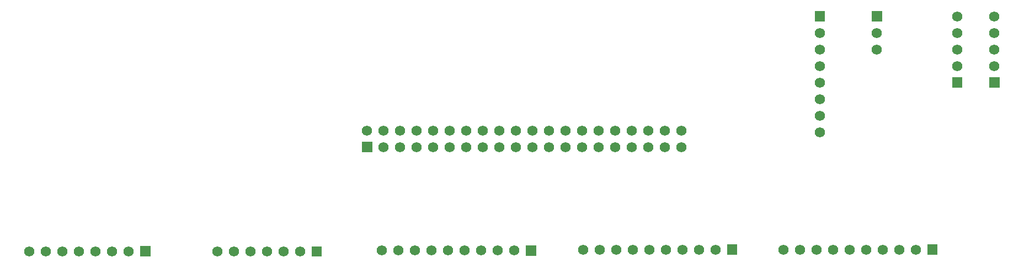
<source format=gtp>
G04 Layer: TopPasteMaskLayer*
G04 EasyEDA v6.4.7, 2020-10-28T14:34:13+00:00*
G04 34375fc6649c45b8b31e222808ae9df9,aef87372a4e84f75ab74ab0294ea0b66,10*
G04 Gerber Generator version 0.2*
G04 Scale: 100 percent, Rotated: No, Reflected: No *
G04 Dimensions in millimeters *
G04 leading zeros omitted , absolute positions ,3 integer and 3 decimal *
%FSLAX33Y33*%
%MOMM*%
G90*
D02*

%ADD19C,1.574800*%
%ADD20C,1.575003*%

%LPD*%
G36*
G01X155346Y30073D02*
G01X155346Y31648D01*
G01X153771Y31648D01*
G01X153771Y30073D01*
G01X155346Y30073D01*
G37*
G54D19*
G01X154559Y33401D03*
G01X154559Y35941D03*
G01X154559Y38481D03*
G01X154559Y41021D03*
G01X148844Y41021D03*
G01X148844Y38481D03*
G01X148844Y35941D03*
G54D20*
G01X148844Y33401D03*
G36*
G01X149631Y30073D02*
G01X149631Y31648D01*
G01X148056Y31648D01*
G01X148056Y30073D01*
G01X149631Y30073D01*
G37*
G36*
G01X135737Y41808D02*
G01X135737Y40233D01*
G01X137312Y40233D01*
G01X137312Y41808D01*
G01X135737Y41808D01*
G37*
G54D19*
G01X136525Y38481D03*
G01X136525Y35941D03*
G01X127762Y23241D03*
G01X127762Y25781D03*
G01X127762Y28321D03*
G01X127762Y30861D03*
G01X127762Y33401D03*
G01X127762Y35941D03*
G01X127762Y38481D03*
G36*
G01X126974Y41808D02*
G01X126974Y40233D01*
G01X128549Y40233D01*
G01X128549Y41808D01*
G01X126974Y41808D01*
G37*
G01X60579Y5080D03*
G01X63119Y5080D03*
G01X65659Y5080D03*
G01X68199Y5080D03*
G01X70739Y5080D03*
G01X73279Y5080D03*
G01X75819Y5080D03*
G01X78359Y5080D03*
G01X80899Y5080D03*
G36*
G01X84226Y5867D02*
G01X82651Y5867D01*
G01X82651Y4292D01*
G01X84226Y4292D01*
G01X84226Y5867D01*
G37*
G01X122174Y5207D03*
G01X124714Y5207D03*
G01X127254Y5207D03*
G01X129794Y5207D03*
G01X132334Y5207D03*
G01X134874Y5207D03*
G01X137414Y5207D03*
G01X139954Y5207D03*
G01X142494Y5207D03*
G36*
G01X145821Y5994D02*
G01X144246Y5994D01*
G01X144246Y4419D01*
G01X145821Y4419D01*
G01X145821Y5994D01*
G37*
G01X91440Y5207D03*
G01X93980Y5207D03*
G01X96520Y5207D03*
G01X99060Y5207D03*
G01X101600Y5207D03*
G01X104140Y5207D03*
G01X106680Y5207D03*
G01X109220Y5207D03*
G01X111760Y5207D03*
G36*
G01X115087Y5994D02*
G01X113512Y5994D01*
G01X113512Y4419D01*
G01X115087Y4419D01*
G01X115087Y5994D01*
G37*
G01X35306Y4945D03*
G01X37846Y4945D03*
G01X40386Y4945D03*
G01X42926Y4945D03*
G01X45466Y4945D03*
G01X48006Y4945D03*
G36*
G01X51333Y5733D02*
G01X49758Y5733D01*
G01X49758Y4158D01*
G01X51333Y4158D01*
G01X51333Y5733D01*
G37*
G01X6477Y4953D03*
G01X9017Y4953D03*
G01X11557Y4953D03*
G01X14097Y4953D03*
G01X16637Y4953D03*
G01X19177Y4953D03*
G01X21717Y4953D03*
G36*
G01X25044Y5740D02*
G01X23469Y5740D01*
G01X23469Y4165D01*
G01X25044Y4165D01*
G01X25044Y5740D01*
G37*
G01X106553Y23495D03*
G01X104013Y23495D03*
G01X101473Y23495D03*
G01X98933Y23495D03*
G01X96393Y23495D03*
G01X93853Y23495D03*
G01X91313Y23495D03*
G01X88773Y23495D03*
G01X86233Y23495D03*
G01X83693Y23495D03*
G01X81153Y23495D03*
G01X78613Y23495D03*
G01X76073Y23495D03*
G01X73533Y23495D03*
G01X70993Y23495D03*
G01X68453Y23495D03*
G01X65913Y23495D03*
G01X63373Y23495D03*
G01X60833Y23495D03*
G01X58293Y23495D03*
G36*
G01X57505Y21742D02*
G01X59080Y21742D01*
G01X59080Y20167D01*
G01X57505Y20167D01*
G01X57505Y21742D01*
G37*
G01X60833Y20955D03*
G01X63373Y20955D03*
G01X65913Y20955D03*
G01X68453Y20955D03*
G01X70993Y20955D03*
G01X73533Y20955D03*
G01X76073Y20955D03*
G01X78613Y20955D03*
G01X81153Y20955D03*
G01X83693Y20955D03*
G01X86233Y20955D03*
G01X88773Y20955D03*
G01X91313Y20955D03*
G01X96393Y20955D03*
G01X93853Y20955D03*
G01X98933Y20955D03*
G01X101473Y20955D03*
G01X104013Y20955D03*
G01X106553Y20955D03*
M00*
M02*

</source>
